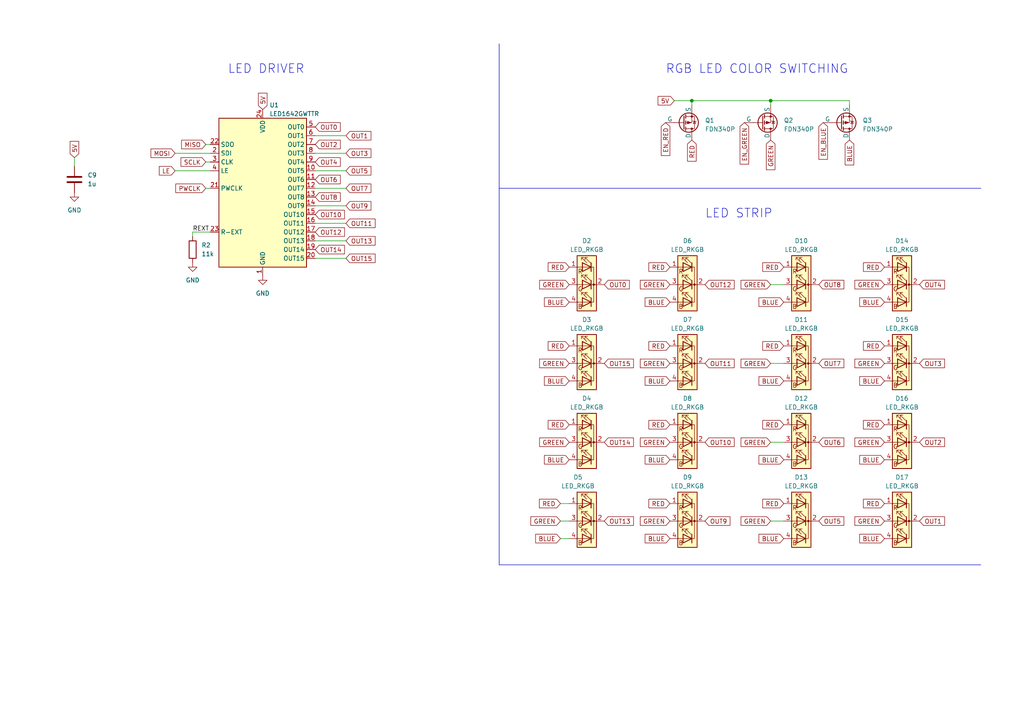
<source format=kicad_sch>
(kicad_sch (version 20230121) (generator eeschema)
  (paper "A4")
  (lib_symbols
    (symbol "Device:C" (pin_numbers hide) (pin_names (offset 0.254))
      (property "Reference" "C" (at 0.635 2.54 0))
      (property "Value" "C" (at 0.635 -2.54 0))
      (symbol "C_0_1"
        (polyline (pts (xy -2.032 -0.762) (xy 2.032 -0.762)) (stroke (width 0.508)))
        (polyline (pts (xy -2.032 0.762) (xy 2.032 0.762)) (stroke (width 0.508)))
      )
      (symbol "C_1_1"
        (pin passive line (at 0 3.81 270) (length 2.794) (name "~") (number "1"))
        (pin passive line (at 0 -3.81 90) (length 2.794) (name "~") (number "2"))
      )
    )
    (symbol "Device:LED_RKGB" (pin_names (offset 0) hide)
      (property "Reference" "D" (at 0 9.398 0))
      (property "Value" "LED_RKGB" (at 0 -8.89 0))
      (symbol "LED_RKGB_0_0"
        (text "B" (at 1.905 -6.35 0) (effects (font (size 1.27 1.27))))
        (text "G" (at 1.905 -1.27 0) (effects (font (size 1.27 1.27))))
        (text "R" (at 1.905 3.81 0) (effects (font (size 1.27 1.27))))
      )
      (symbol "LED_RKGB_0_1"
        (circle (center -2.032 0) (radius 0.254) (fill (type outline)))
        (polyline (pts (xy -1.27 -5.08) (xy 1.27 -5.08)))
        (polyline (pts (xy -1.27 -3.81) (xy -1.27 -6.35)) (stroke (width 0.254)))
        (polyline (pts (xy -1.27 0) (xy -2.54 0)))
        (polyline (pts (xy -1.27 1.27) (xy -1.27 -1.27)) (stroke (width 0.254)))
        (polyline (pts (xy -1.27 5.08) (xy 1.27 5.08)))
        (polyline (pts (xy -1.27 6.35) (xy -1.27 3.81)) (stroke (width 0.254)))
        (polyline (pts (xy 1.27 -5.08) (xy 2.54 -5.08)))
        (polyline (pts (xy 1.27 0) (xy -1.27 0)))
        (polyline (pts (xy 1.27 0) (xy 2.54 0)))
        (polyline (pts (xy 1.27 5.08) (xy 2.54 5.08)))
        (polyline (pts (xy -1.27 1.27) (xy -1.27 -1.27) (xy -1.27 -1.27)))
        (polyline (pts (xy -1.27 6.35) (xy -1.27 3.81) (xy -1.27 3.81)))
        (polyline (pts (xy -1.27 5.08) (xy -2.032 5.08) (xy -2.032 -5.08) (xy -1.016 -5.08)))
        (polyline (pts (xy 1.27 -3.81) (xy 1.27 -6.35) (xy -1.27 -5.08) (xy 1.27 -3.81)) (stroke (width 0.254)))
        (polyline (pts (xy 1.27 1.27) (xy 1.27 -1.27) (xy -1.27 0) (xy 1.27 1.27)) (stroke (width 0.254)))
        (polyline (pts (xy 1.27 6.35) (xy 1.27 3.81) (xy -1.27 5.08) (xy 1.27 6.35)) (stroke (width 0.254)))
        (polyline (pts (xy -1.016 -3.81) (xy 0.508 -2.286) (xy -0.254 -2.286) (xy 0.508 -2.286) (xy 0.508 -3.048)))
        (polyline (pts (xy -1.016 1.27) (xy 0.508 2.794) (xy -0.254 2.794) (xy 0.508 2.794) (xy 0.508 2.032)))
        (polyline (pts (xy -1.016 6.35) (xy 0.508 7.874) (xy -0.254 7.874) (xy 0.508 7.874) (xy 0.508 7.112)))
        (polyline (pts (xy 0 -3.81) (xy 1.524 -2.286) (xy 0.762 -2.286) (xy 1.524 -2.286) (xy 1.524 -3.048)))
        (polyline (pts (xy 0 1.27) (xy 1.524 2.794) (xy 0.762 2.794) (xy 1.524 2.794) (xy 1.524 2.032)))
        (polyline (pts (xy 0 6.35) (xy 1.524 7.874) (xy 0.762 7.874) (xy 1.524 7.874) (xy 1.524 7.112)))
        (rectangle (start 1.27 -1.27) (end 1.27 1.27))
        (rectangle (start 1.27 1.27) (end 1.27 1.27))
        (rectangle (start 1.27 3.81) (end 1.27 6.35))
        (rectangle (start 1.27 6.35) (end 1.27 6.35))
        (rectangle (start 2.794 8.382) (end -2.794 -7.62) (stroke (width 0.254)) (fill (type background)))
      )
      (symbol "LED_RKGB_1_1"
        (pin passive line (at 5.08 5.08 180) (length 2.54) (name "RA") (number "1"))
        (pin passive line (at -5.08 0 0) (length 2.54) (name "K") (number "2"))
        (pin passive line (at 5.08 0 180) (length 2.54) (name "GA") (number "3"))
        (pin passive line (at 5.08 -5.08 180) (length 2.54) (name "BA") (number "4"))
      )
    )
    (symbol "Device:R" (pin_numbers hide) (pin_names (offset 0))
      (property "Reference" "R" (at 2.032 0 90))
      (property "Value" "R" (at 0 0 90))
      (symbol "R_0_1"
        (rectangle (start -1.016 -2.54) (end 1.016 2.54) (stroke (width 0.254)))
      )
      (symbol "R_1_1"
        (pin passive line (at 0 3.81 270) (length 1.27) (name "~") (number "1"))
        (pin passive line (at 0 -3.81 90) (length 1.27) (name "~") (number "2"))
      )
    )
    (symbol "Driver_LED:LED1642GWTTR"
      (property "Reference" "U" (at -12.7 21.59 0))
      (property "Value" "LED1642GWTTR" (at 2.54 21.59 0))
      (symbol "LED1642GWTTR_0_1"
        (rectangle (start -12.7 20.32) (end 12.7 -22.86) (stroke (width 0.254)) (fill (type background)))
      )
      (symbol "LED1642GWTTR_1_1"
        (pin power_in line (at 0 -25.4 90) (length 2.54) (name "GND") (number "1"))
        (pin output line (at 15.24 5.08 180) (length 2.54) (name "OUT5") (number "10"))
        (pin output line (at 15.24 2.54 180) (length 2.54) (name "OUT6") (number "11"))
        (pin output line (at 15.24 0 180) (length 2.54) (name "OUT7") (number "12"))
        (pin output line (at 15.24 -2.54 180) (length 2.54) (name "OUT8") (number "13"))
        (pin output line (at 15.24 -5.08 180) (length 2.54) (name "OUT9") (number "14"))
        (pin output line (at 15.24 -7.62 180) (length 2.54) (name "OUT10") (number "15"))
        (pin output line (at 15.24 -10.16 180) (length 2.54) (name "OUT11") (number "16"))
        (pin output line (at 15.24 -12.7 180) (length 2.54) (name "OUT12") (number "17"))
        (pin output line (at 15.24 -15.24 180) (length 2.54) (name "OUT13") (number "18"))
        (pin output line (at 15.24 -17.78 180) (length 2.54) (name "OUT14") (number "19"))
        (pin input line (at -15.24 10.16 0) (length 2.54) (name "SDI") (number "2"))
        (pin output line (at 15.24 -20.32 180) (length 2.54) (name "OUT15") (number "20"))
        (pin input line (at -15.24 0 0) (length 2.54) (name "PWCLK") (number "21"))
        (pin output line (at -15.24 12.7 0) (length 2.54) (name "SDO") (number "22"))
        (pin passive line (at -15.24 -12.7 0) (length 2.54) (name "R-EXT") (number "23"))
        (pin power_in line (at 0 22.86 270) (length 2.54) (name "VDD") (number "24"))
        (pin input line (at -15.24 7.62 0) (length 2.54) (name "CLK") (number "3"))
        (pin input line (at -15.24 5.08 0) (length 2.54) (name "LE") (number "4"))
        (pin output line (at 15.24 17.78 180) (length 2.54) (name "OUT0") (number "5"))
        (pin output line (at 15.24 15.24 180) (length 2.54) (name "OUT1") (number "6"))
        (pin output line (at 15.24 12.7 180) (length 2.54) (name "OUT2") (number "7"))
        (pin output line (at 15.24 10.16 180) (length 2.54) (name "OUT3") (number "8"))
        (pin output line (at 15.24 7.62 180) (length 2.54) (name "OUT4") (number "9"))
      )
    )
    (symbol "Simulation_SPICE:PMOS" (pin_numbers hide) (pin_names (offset 0))
      (property "Reference" "Q" (at 5.08 1.27 0))
      (property "Value" "PMOS" (at 5.08 -1.27 0))
      (symbol "PMOS_0_1"
        (polyline (pts (xy 0.254 0) (xy -2.54 0)))
        (polyline (pts (xy 0.254 1.905) (xy 0.254 -1.905)) (stroke (width 0.254)))
        (polyline (pts (xy 0.762 -1.27) (xy 0.762 -2.286)) (stroke (width 0.254)))
        (polyline (pts (xy 0.762 0.508) (xy 0.762 -0.508)) (stroke (width 0.254)))
        (polyline (pts (xy 0.762 2.286) (xy 0.762 1.27)) (stroke (width 0.254)))
        (polyline (pts (xy 2.54 2.54) (xy 2.54 1.778)))
        (polyline (pts (xy 2.54 -2.54) (xy 2.54 0) (xy 0.762 0)))
        (polyline (pts (xy 0.762 1.778) (xy 3.302 1.778) (xy 3.302 -1.778) (xy 0.762 -1.778)))
        (polyline (pts (xy 2.286 0) (xy 1.27 0.381) (xy 1.27 -0.381) (xy 2.286 0)) (fill (type outline)))
        (polyline (pts (xy 2.794 -0.508) (xy 2.921 -0.381) (xy 3.683 -0.381) (xy 3.81 -0.254)))
        (polyline (pts (xy 3.302 -0.381) (xy 2.921 0.254) (xy 3.683 0.254) (xy 3.302 -0.381)))
        (circle (center 1.651 0) (radius 2.794) (stroke (width 0.254)))
        (circle (center 2.54 -1.778) (radius 0.254) (fill (type outline)))
        (circle (center 2.54 1.778) (radius 0.254) (fill (type outline)))
      )
      (symbol "PMOS_1_1"
        (pin passive line (at 2.54 5.08 270) (length 2.54) (name "D") (number "1"))
        (pin input line (at -5.08 0 0) (length 2.54) (name "G") (number "2"))
        (pin passive line (at 2.54 -5.08 90) (length 2.54) (name "S") (number "3"))
      )
    )
    (symbol "power:GND" (power) (pin_names (offset 0))
      (property "Value" "GND" (at 0 -3.81 0))
      (symbol "GND_0_1"
        (polyline (pts (xy 0 0) (xy 0 -1.27) (xy 1.27 -1.27) (xy 0 -2.54) (xy -1.27 -1.27) (xy 0 -1.27)))
      )
      (symbol "GND_1_1"
        (pin power_in line (at 0 0 270) (length 0) hide (name "GND") (number "1"))
      )
    )
  )
  (junction (at 223.52 29.21))
  (junction (at 200.66 29.21))
  (wire (pts (xy 50.8 44.45) (xy 60.96 44.45)))
  (wire (pts (xy 91.44 74.93) (xy 100.33 74.93)))
  (wire (pts (xy 227.33 151.13) (xy 223.52 151.13)))
  (wire (pts (xy 246.38 30.48) (xy 246.38 29.21)))
  (wire (pts (xy 91.44 39.37) (xy 100.33 39.37)))
  (wire (pts (xy 162.56 146.05) (xy 165.1 146.05)))
  (wire (pts (xy 91.44 49.53) (xy 100.33 49.53)))
  (wire (pts (xy 200.66 29.21) (xy 200.66 30.48)))
  (wire (pts (xy 91.44 44.45) (xy 100.33 44.45)))
  (wire (pts (xy 91.44 69.85) (xy 100.33 69.85)))
  (wire (pts (xy 59.69 54.61) (xy 60.96 54.61)))
  (wire (pts (xy 59.69 46.99) (xy 60.96 46.99)))
  (wire (pts (xy 91.44 59.69) (xy 100.33 59.69)))
  (wire (pts (xy 223.52 30.48) (xy 223.52 29.21)))
  (wire (pts (xy 162.56 151.13) (xy 165.1 151.13)))
  (polyline (pts (xy 144.78 12.7) (xy 144.78 54.61)))
  (polyline (pts (xy 144.78 163.83) (xy 284.48 163.83)))
  (wire (pts (xy 91.44 54.61) (xy 100.33 54.61)))
  (wire (pts (xy 227.33 105.41) (xy 223.52 105.41)))
  (polyline (pts (xy 144.78 54.61) (xy 284.48 54.61)))
  (wire (pts (xy 50.8 49.53) (xy 60.96 49.53)))
  (wire (pts (xy 55.88 68.58) (xy 55.88 67.31)))
  (wire (pts (xy 227.33 82.55) (xy 223.52 82.55)))
  (wire (pts (xy 195.58 29.21) (xy 200.66 29.21)))
  (wire (pts (xy 162.56 156.21) (xy 165.1 156.21)))
  (wire (pts (xy 227.33 128.27) (xy 223.52 128.27)))
  (wire (pts (xy 223.52 29.21) (xy 246.38 29.21)))
  (wire (pts (xy 55.88 67.31) (xy 60.96 67.31)))
  (wire (pts (xy 91.44 64.77) (xy 100.33 64.77)))
  (wire (pts (xy 200.66 29.21) (xy 223.52 29.21)))
  (polyline (pts (xy 144.78 54.61) (xy 144.78 163.83)))
  (wire (pts (xy 21.59 45.72) (xy 21.59 48.26)))
  (wire (pts (xy 59.69 41.91) (xy 60.96 41.91)))
  (text "LED DRIVER" (at 66.04 21.59 0) (effects (font (size 2.54 2.54)) (justify left bottom)))
  (text "LED STRIP" (at 204.47 63.5 0) (effects (font (size 2.54 2.54)) (justify left bottom)))
  (text "RGB LED COLOR SWITCHING\n" (at 193.04 21.59 0) (effects (font (size 2.54 2.54)) (justify left bottom)))
  (label "REXT" (at 55.88 67.31 0))
  (global_label "BLUE" (shape input) (at 227.33 87.63 180) (property "Intersheetrefs" "${INTERSHEET_REFS}" (effects hide)))
  (global_label "EN_GREEN" (shape input) (at 215.9 35.56 270) (property "Intersheetrefs" "${INTERSHEET_REFS}" (effects hide)))
  (global_label "RED" (shape input) (at 162.56 146.05 180) (property "Intersheetrefs" "${INTERSHEET_REFS}" (effects hide)))
  (global_label "OUT9" (shape input) (at 204.47 151.13 0) (property "Intersheetrefs" "${INTERSHEET_REFS}" (effects hide)))
  (global_label "OUT14" (shape input) (at 175.26 128.27 0) (property "Intersheetrefs" "${INTERSHEET_REFS}" (effects hide)))
  (global_label "GREEN" (shape input) (at 256.54 151.13 180) (property "Intersheetrefs" "${INTERSHEET_REFS}" (effects hide)))
  (global_label "OUT5" (shape input) (at 237.49 151.13 0) (property "Intersheetrefs" "${INTERSHEET_REFS}" (effects hide)))
  (global_label "OUT10" (shape input) (at 204.47 128.27 0) (property "Intersheetrefs" "${INTERSHEET_REFS}" (effects hide)))
  (global_label "GREEN" (shape input) (at 223.52 40.64 270) (property "Intersheetrefs" "${INTERSHEET_REFS}" (effects hide)))
  (global_label "GREEN" (shape input) (at 194.31 105.41 180) (property "Intersheetrefs" "${INTERSHEET_REFS}" (effects hide)))
  (global_label "OUT5" (shape input) (at 100.33 49.53 0) (property "Intersheetrefs" "${INTERSHEET_REFS}" (effects hide)))
  (global_label "RED" (shape input) (at 165.1 123.19 180) (property "Intersheetrefs" "${INTERSHEET_REFS}" (effects hide)))
  (global_label "RED" (shape input) (at 194.31 100.33 180) (property "Intersheetrefs" "${INTERSHEET_REFS}" (effects hide)))
  (global_label "BLUE" (shape input) (at 227.33 156.21 180) (property "Intersheetrefs" "${INTERSHEET_REFS}" (effects hide)))
  (global_label "OUT7" (shape input) (at 100.33 54.61 0) (property "Intersheetrefs" "${INTERSHEET_REFS}" (effects hide)))
  (global_label "RED" (shape input) (at 256.54 77.47 180) (property "Intersheetrefs" "${INTERSHEET_REFS}" (effects hide)))
  (global_label "RED" (shape input) (at 227.33 100.33 180) (property "Intersheetrefs" "${INTERSHEET_REFS}" (effects hide)))
  (global_label "BLUE" (shape input) (at 194.31 156.21 180) (property "Intersheetrefs" "${INTERSHEET_REFS}" (effects hide)))
  (global_label "RED" (shape input) (at 165.1 77.47 180) (property "Intersheetrefs" "${INTERSHEET_REFS}" (effects hide)))
  (global_label "5V" (shape input) (at 195.58 29.21 180) (property "Intersheetrefs" "${INTERSHEET_REFS}" (effects hide)))
  (global_label "OUT10" (shape input) (at 91.44 62.23 0) (property "Intersheetrefs" "${INTERSHEET_REFS}" (effects hide)))
  (global_label "OUT1" (shape input) (at 266.7 151.13 0) (property "Intersheetrefs" "${INTERSHEET_REFS}" (effects hide)))
  (global_label "GREEN" (shape input) (at 194.31 151.13 180) (property "Intersheetrefs" "${INTERSHEET_REFS}" (effects hide)))
  (global_label "OUT0" (shape input) (at 175.26 82.55 0) (property "Intersheetrefs" "${INTERSHEET_REFS}" (effects hide)))
  (global_label "EN_RED" (shape input) (at 193.04 35.56 270) (property "Intersheetrefs" "${INTERSHEET_REFS}" (effects hide)))
  (global_label "BLUE" (shape input) (at 165.1 133.35 180) (property "Intersheetrefs" "${INTERSHEET_REFS}" (effects hide)))
  (global_label "5V" (shape input) (at 21.59 45.72 90) (property "Intersheetrefs" "${INTERSHEET_REFS}" (effects hide)))
  (global_label "OUT2" (shape input) (at 266.7 128.27 0) (property "Intersheetrefs" "${INTERSHEET_REFS}" (effects hide)))
  (global_label "OUT4" (shape input) (at 266.7 82.55 0) (property "Intersheetrefs" "${INTERSHEET_REFS}" (effects hide)))
  (global_label "GREEN" (shape input) (at 223.52 128.27 180) (property "Intersheetrefs" "${INTERSHEET_REFS}" (effects hide)))
  (global_label "SCLK" (shape input) (at 59.69 46.99 180) (property "Intersheetrefs" "${INTERSHEET_REFS}" (effects hide)))
  (global_label "PWCLK" (shape input) (at 59.69 54.61 180) (property "Intersheetrefs" "${INTERSHEET_REFS}" (effects hide)))
  (global_label "BLUE" (shape input) (at 227.33 133.35 180) (property "Intersheetrefs" "${INTERSHEET_REFS}" (effects hide)))
  (global_label "RED" (shape input) (at 227.33 123.19 180) (property "Intersheetrefs" "${INTERSHEET_REFS}" (effects hide)))
  (global_label "RED" (shape input) (at 194.31 77.47 180) (property "Intersheetrefs" "${INTERSHEET_REFS}" (effects hide)))
  (global_label "BLUE" (shape input) (at 162.56 156.21 180) (property "Intersheetrefs" "${INTERSHEET_REFS}" (effects hide)))
  (global_label "LE" (shape input) (at 50.8 49.53 180) (property "Intersheetrefs" "${INTERSHEET_REFS}" (effects hide)))
  (global_label "MISO" (shape input) (at 59.69 41.91 180) (property "Intersheetrefs" "${INTERSHEET_REFS}" (effects hide)))
  (global_label "BLUE" (shape input) (at 227.33 110.49 180) (property "Intersheetrefs" "${INTERSHEET_REFS}" (effects hide)))
  (global_label "BLUE" (shape input) (at 256.54 156.21 180) (property "Intersheetrefs" "${INTERSHEET_REFS}" (effects hide)))
  (global_label "RED" (shape input) (at 256.54 100.33 180) (property "Intersheetrefs" "${INTERSHEET_REFS}" (effects hide)))
  (global_label "OUT6" (shape input) (at 91.44 52.07 0) (property "Intersheetrefs" "${INTERSHEET_REFS}" (effects hide)))
  (global_label "BLUE" (shape input) (at 165.1 87.63 180) (property "Intersheetrefs" "${INTERSHEET_REFS}" (effects hide)))
  (global_label "OUT12" (shape input) (at 91.44 67.31 0) (property "Intersheetrefs" "${INTERSHEET_REFS}" (effects hide)))
  (global_label "OUT15" (shape input) (at 175.26 105.41 0) (property "Intersheetrefs" "${INTERSHEET_REFS}" (effects hide)))
  (global_label "OUT4" (shape input) (at 91.44 46.99 0) (property "Intersheetrefs" "${INTERSHEET_REFS}" (effects hide)))
  (global_label "OUT13" (shape input) (at 175.26 151.13 0) (property "Intersheetrefs" "${INTERSHEET_REFS}" (effects hide)))
  (global_label "GREEN" (shape input) (at 165.1 105.41 180) (property "Intersheetrefs" "${INTERSHEET_REFS}" (effects hide)))
  (global_label "OUT13" (shape input) (at 100.33 69.85 0) (property "Intersheetrefs" "${INTERSHEET_REFS}" (effects hide)))
  (global_label "GREEN" (shape input) (at 223.52 151.13 180) (property "Intersheetrefs" "${INTERSHEET_REFS}" (effects hide)))
  (global_label "OUT9" (shape input) (at 100.33 59.69 0) (property "Intersheetrefs" "${INTERSHEET_REFS}" (effects hide)))
  (global_label "OUT11" (shape input) (at 204.47 105.41 0) (property "Intersheetrefs" "${INTERSHEET_REFS}" (effects hide)))
  (global_label "GREEN" (shape input) (at 194.31 128.27 180) (property "Intersheetrefs" "${INTERSHEET_REFS}" (effects hide)))
  (global_label "GREEN" (shape input) (at 165.1 82.55 180) (property "Intersheetrefs" "${INTERSHEET_REFS}" (effects hide)))
  (global_label "RED" (shape input) (at 256.54 146.05 180) (property "Intersheetrefs" "${INTERSHEET_REFS}" (effects hide)))
  (global_label "OUT11" (shape input) (at 100.33 64.77 0) (property "Intersheetrefs" "${INTERSHEET_REFS}" (effects hide)))
  (global_label "GREEN" (shape input) (at 162.56 151.13 180) (property "Intersheetrefs" "${INTERSHEET_REFS}" (effects hide)))
  (global_label "RED" (shape input) (at 194.31 123.19 180) (property "Intersheetrefs" "${INTERSHEET_REFS}" (effects hide)))
  (global_label "BLUE" (shape input) (at 165.1 110.49 180) (property "Intersheetrefs" "${INTERSHEET_REFS}" (effects hide)))
  (global_label "OUT7" (shape input) (at 237.49 105.41 0) (property "Intersheetrefs" "${INTERSHEET_REFS}" (effects hide)))
  (global_label "GREEN" (shape input) (at 256.54 105.41 180) (property "Intersheetrefs" "${INTERSHEET_REFS}" (effects hide)))
  (global_label "BLUE" (shape input) (at 256.54 133.35 180) (property "Intersheetrefs" "${INTERSHEET_REFS}" (effects hide)))
  (global_label "RED" (shape input) (at 200.66 40.64 270) (property "Intersheetrefs" "${INTERSHEET_REFS}" (effects hide)))
  (global_label "RED" (shape input) (at 165.1 100.33 180) (property "Intersheetrefs" "${INTERSHEET_REFS}" (effects hide)))
  (global_label "RED" (shape input) (at 256.54 123.19 180) (property "Intersheetrefs" "${INTERSHEET_REFS}" (effects hide)))
  (global_label "RED" (shape input) (at 194.31 146.05 180) (property "Intersheetrefs" "${INTERSHEET_REFS}" (effects hide)))
  (global_label "OUT8" (shape input) (at 237.49 82.55 0) (property "Intersheetrefs" "${INTERSHEET_REFS}" (effects hide)))
  (global_label "GREEN" (shape input) (at 194.31 82.55 180) (property "Intersheetrefs" "${INTERSHEET_REFS}" (effects hide)))
  (global_label "MOSI" (shape input) (at 50.8 44.45 180) (property "Intersheetrefs" "${INTERSHEET_REFS}" (effects hide)))
  (global_label "OUT2" (shape input) (at 91.44 41.91 0) (property "Intersheetrefs" "${INTERSHEET_REFS}" (effects hide)))
  (global_label "OUT14" (shape input) (at 91.44 72.39 0) (property "Intersheetrefs" "${INTERSHEET_REFS}" (effects hide)))
  (global_label "OUT3" (shape input) (at 100.33 44.45 0) (property "Intersheetrefs" "${INTERSHEET_REFS}" (effects hide)))
  (global_label "BLUE" (shape input) (at 256.54 110.49 180) (property "Intersheetrefs" "${INTERSHEET_REFS}" (effects hide)))
  (global_label "EN_BLUE" (shape input) (at 238.76 35.56 270) (property "Intersheetrefs" "${INTERSHEET_REFS}" (effects hide)))
  (global_label "OUT6" (shape input) (at 237.49 128.27 0) (property "Intersheetrefs" "${INTERSHEET_REFS}" (effects hide)))
  (global_label "OUT3" (shape input) (at 266.7 105.41 0) (property "Intersheetrefs" "${INTERSHEET_REFS}" (effects hide)))
  (global_label "GREEN" (shape input) (at 256.54 82.55 180) (property "Intersheetrefs" "${INTERSHEET_REFS}" (effects hide)))
  (global_label "OUT12" (shape input) (at 204.47 82.55 0) (property "Intersheetrefs" "${INTERSHEET_REFS}" (effects hide)))
  (global_label "OUT0" (shape input) (at 91.44 36.83 0) (property "Intersheetrefs" "${INTERSHEET_REFS}" (effects hide)))
  (global_label "BLUE" (shape input) (at 194.31 87.63 180) (property "Intersheetrefs" "${INTERSHEET_REFS}" (effects hide)))
  (global_label "OUT15" (shape input) (at 100.33 74.93 0) (property "Intersheetrefs" "${INTERSHEET_REFS}" (effects hide)))
  (global_label "GREEN" (shape input) (at 223.52 105.41 180) (property "Intersheetrefs" "${INTERSHEET_REFS}" (effects hide)))
  (global_label "BLUE" (shape input) (at 194.31 133.35 180) (property "Intersheetrefs" "${INTERSHEET_REFS}" (effects hide)))
  (global_label "5V" (shape input) (at 76.2 31.75 90) (property "Intersheetrefs" "${INTERSHEET_REFS}" (effects hide)))
  (global_label "GREEN" (shape input) (at 223.52 82.55 180) (property "Intersheetrefs" "${INTERSHEET_REFS}" (effects hide)))
  (global_label "RED" (shape input) (at 227.33 77.47 180) (property "Intersheetrefs" "${INTERSHEET_REFS}" (effects hide)))
  (global_label "BLUE" (shape input) (at 256.54 87.63 180) (property "Intersheetrefs" "${INTERSHEET_REFS}" (effects hide)))
  (global_label "GREEN" (shape input) (at 256.54 128.27 180) (property "Intersheetrefs" "${INTERSHEET_REFS}" (effects hide)))
  (global_label "OUT8" (shape input) (at 91.44 57.15 0) (property "Intersheetrefs" "${INTERSHEET_REFS}" (effects hide)))
  (global_label "GREEN" (shape input) (at 165.1 128.27 180) (property "Intersheetrefs" "${INTERSHEET_REFS}" (effects hide)))
  (global_label "RED" (shape input) (at 227.33 146.05 180) (property "Intersheetrefs" "${INTERSHEET_REFS}" (effects hide)))
  (global_label "BLUE" (shape input) (at 246.38 40.64 270) (property "Intersheetrefs" "${INTERSHEET_REFS}" (effects hide)))
  (global_label "OUT1" (shape input) (at 100.33 39.37 0) (property "Intersheetrefs" "${INTERSHEET_REFS}" (effects hide)))
  (global_label "BLUE" (shape input) (at 194.31 110.49 180) (property "Intersheetrefs" "${INTERSHEET_REFS}" (effects hide)))
  (symbol (lib_id "power:GND") (at 76.2 80.01 0) (unit 1)
    (property "Reference" "#PWR06" (effects hide))
    (property "Value" "GND" (at 76.2 85.09 0))
    (instances (project "cocoro" (path "" (reference "#PWR06") (unit 1)) (path "" (reference "#PWR012") (unit 1))))
  )
  (symbol (lib_id "Device:LED_RKGB") (at 261.62 151.13 0) (mirror y) (unit 1)
    (property "Reference" "D17" (at 261.62 138.43 0))
    (property "Value" "LED_RKGB" (at 261.62 140.97 0))
    (property "Footprint" "LED_THT:LED_D5.0mm-4_RGB_Staggered_Pins" (effects hide))
    (instances (project "cocoro" (path "" (reference "D17") (unit 1)) (path "" (reference "D16") (unit 1))))
  )
  (symbol (lib_id "Device:LED_RKGB") (at 261.62 105.41 0) (mirror y) (unit 1)
    (property "Reference" "D15" (at 261.62 92.71 0))
    (property "Value" "LED_RKGB" (at 261.62 95.25 0))
    (property "Footprint" "LED_THT:LED_D5.0mm-4_RGB_Staggered_Pins" (effects hide))
    (instances (project "cocoro" (path "" (reference "D15") (unit 1)) (path "" (reference "D14") (unit 1))))
  )
  (symbol (lib_id "Device:R") (at 55.88 72.39 0) (unit 1)
    (property "Reference" "R2" (at 58.42 71.12 0) (effects (justify left)))
    (property "Value" "11k" (at 58.42 73.66 0) (effects (justify left)))
    (property "Footprint" "Resistor_SMD:R_0603_1608Metric" (effects hide))
  )
  (symbol (lib_id "Device:LED_RKGB") (at 232.41 105.41 0) (mirror y) (unit 1)
    (property "Reference" "D11" (at 232.41 92.71 0))
    (property "Value" "LED_RKGB" (at 232.41 95.25 0))
    (property "Footprint" "LED_THT:LED_D5.0mm-4_RGB_Staggered_Pins" (effects hide))
    (instances (project "cocoro" (path "" (reference "D11") (unit 1)) (path "" (reference "D10") (unit 1))))
  )
  (symbol (lib_id "Driver_LED:LED1642GWTTR") (at 76.2 54.61 0) (unit 1)
    (property "Reference" "U1" (at 78.1559 30.48 0) (effects (justify left)))
    (property "Value" "LED1642GWTTR" (at 78.1559 33.02 0) (effects (justify left)))
    (property "Footprint" "Package_SO:TSSOP-24_4.4x7.8mm_P0.65mm" (effects hide))
    (property "Datasheet" "https://www.st.com/resource/en/datasheet/led1642gw.pdf" (effects hide))
    (instances (project "cocoro" (path "" (reference "U1") (unit 1)) (path "" (reference "U3") (unit 1))))
  )
  (symbol (lib_id "power:GND") (at 21.59 55.88 0) (unit 1)
    (property "Reference" "#PWR011" (effects hide))
    (property "Value" "GND" (at 21.59 60.96 0))
  )
  (symbol (lib_id "Device:LED_RKGB") (at 199.39 128.27 0) (mirror y) (unit 1)
    (property "Reference" "D8" (at 199.39 115.57 0))
    (property "Value" "LED_RKGB" (at 199.39 118.11 0))
    (property "Footprint" "LED_THT:LED_D5.0mm-4_RGB_Staggered_Pins" (effects hide))
    (instances (project "cocoro" (path "" (reference "D8") (unit 1)) (path "" (reference "D7") (unit 1))))
  )
  (symbol (lib_id "Device:LED_RKGB") (at 199.39 82.55 0) (mirror y) (unit 1)
    (property "Reference" "D6" (at 199.39 69.85 0))
    (property "Value" "LED_RKGB" (at 199.39 72.39 0))
    (property "Footprint" "LED_THT:LED_D5.0mm-4_RGB_Staggered_Pins" (effects hide))
    (instances (project "cocoro" (path "" (reference "D6") (unit 1)) (path "" (reference "D5") (unit 1))))
  )
  (symbol (lib_id "power:GND") (at 55.88 76.2 0) (unit 1)
    (property "Reference" "#PWR06" (effects hide))
    (property "Value" "GND" (at 55.88 81.28 0))
    (instances (project "cocoro" (path "" (reference "#PWR06") (unit 1)) (path "" (reference "#PWR013") (unit 1))))
  )
  (symbol (lib_id "Device:LED_RKGB") (at 170.18 105.41 0) (mirror y) (unit 1)
    (property "Reference" "D3" (at 170.18 92.71 0))
    (property "Value" "LED_RKGB" (at 170.18 95.25 0))
    (property "Footprint" "LED_THT:LED_D5.0mm-4_RGB_Staggered_Pins" (effects hide))
    (instances (project "cocoro" (path "" (reference "D3") (unit 1)) (path "" (reference "D2") (unit 1))))
  )
  (symbol (lib_id "Device:LED_RKGB") (at 261.62 82.55 0) (mirror y) (unit 1)
    (property "Reference" "D14" (at 261.62 69.85 0))
    (property "Value" "LED_RKGB" (at 261.62 72.39 0))
    (property "Footprint" "LED_THT:LED_D5.0mm-4_RGB_Staggered_Pins" (effects hide))
    (instances (project "cocoro" (path "" (reference "D14") (unit 1)) (path "" (reference "D13") (unit 1))))
  )
  (symbol (lib_id "Device:LED_RKGB") (at 261.62 128.27 0) (mirror y) (unit 1)
    (property "Reference" "D16" (at 261.62 115.57 0))
    (property "Value" "LED_RKGB" (at 261.62 118.11 0))
    (property "Footprint" "LED_THT:LED_D5.0mm-4_RGB_Staggered_Pins" (effects hide))
    (instances (project "cocoro" (path "" (reference "D16") (unit 1)) (path "" (reference "D15") (unit 1))))
  )
  (symbol (lib_id "Device:LED_RKGB") (at 232.41 82.55 0) (mirror y) (unit 1)
    (property "Reference" "D10" (at 232.41 69.85 0))
    (property "Value" "LED_RKGB" (at 232.41 72.39 0))
    (property "Footprint" "LED_THT:LED_D5.0mm-4_RGB_Staggered_Pins" (effects hide))
    (instances (project "cocoro" (path "" (reference "D10") (unit 1)) (path "" (reference "D9") (unit 1))))
  )
  (symbol (lib_id "Simulation_SPICE:PMOS") (at 243.84 35.56 0) (mirror x) (unit 1)
    (property "Reference" "Q3" (at 250.19 34.925 0) (effects (justify left)))
    (property "Value" "FDN340P" (at 250.19 37.465 0) (effects (justify left)))
    (property "Footprint" "Package_TO_SOT_SMD:TSOT-23" (effects hide))
    (property "Datasheet" "https://ngspice.sourceforge.io/docs/ngspice-manual.pdf" (effects hide))
    (property "Sim.Device" "PMOS" (effects hide))
    (property "Sim.Type" "VDMOS" (effects hide))
    (property "Sim.Pins" "1=D 2=G 3=S" (effects hide))
  )
  (symbol (lib_id "Device:LED_RKGB") (at 199.39 105.41 0) (mirror y) (unit 1)
    (property "Reference" "D7" (at 199.39 92.71 0))
    (property "Value" "LED_RKGB" (at 199.39 95.25 0))
    (property "Footprint" "LED_THT:LED_D5.0mm-4_RGB_Staggered_Pins" (effects hide))
    (instances (project "cocoro" (path "" (reference "D7") (unit 1)) (path "" (reference "D6") (unit 1))))
  )
  (symbol (lib_id "Device:LED_RKGB") (at 232.41 151.13 0) (mirror y) (unit 1)
    (property "Reference" "D13" (at 232.41 138.43 0))
    (property "Value" "LED_RKGB" (at 232.41 140.97 0))
    (property "Footprint" "LED_THT:LED_D5.0mm-4_RGB_Staggered_Pins" (effects hide))
    (instances (project "cocoro" (path "" (reference "D13") (unit 1)) (path "" (reference "D12") (unit 1))))
  )
  (symbol (lib_id "Device:LED_RKGB") (at 232.41 128.27 0) (mirror y) (unit 1)
    (property "Reference" "D12" (at 232.41 115.57 0))
    (property "Value" "LED_RKGB" (at 232.41 118.11 0))
    (property "Footprint" "LED_THT:LED_D5.0mm-4_RGB_Staggered_Pins" (effects hide))
    (instances (project "cocoro" (path "" (reference "D12") (unit 1)) (path "" (reference "D11") (unit 1))))
  )
  (symbol (lib_id "Device:LED_RKGB") (at 170.18 151.13 0) (mirror y) (unit 1)
    (property "Reference" "D5" (at 167.64 138.43 0))
    (property "Value" "LED_RKGB" (at 167.64 140.97 0))
    (property "Footprint" "LED_THT:LED_D5.0mm-4_RGB_Staggered_Pins" (effects hide))
    (instances (project "cocoro" (path "" (reference "D5") (unit 1)) (path "" (reference "D4") (unit 1))))
  )
  (symbol (lib_id "Device:LED_RKGB") (at 170.18 128.27 0) (mirror y) (unit 1)
    (property "Reference" "D4" (at 170.18 115.57 0))
    (property "Value" "LED_RKGB" (at 170.18 118.11 0))
    (property "Footprint" "LED_THT:LED_D5.0mm-4_RGB_Staggered_Pins" (effects hide))
    (instances (project "cocoro" (path "" (reference "D4") (unit 1)) (path "" (reference "D3") (unit 1))))
  )
  (symbol (lib_id "Device:C") (at 21.59 52.07 0) (unit 1)
    (property "Reference" "C9" (at 25.4 50.8 0) (effects (justify left)))
    (property "Value" "1u" (at 25.4 53.34 0) (effects (justify left)))
    (property "Footprint" "Capacitor_SMD:C_1206_3216Metric" (effects hide))
  )
  (symbol (lib_id "Simulation_SPICE:PMOS") (at 198.12 35.56 0) (mirror x) (unit 1)
    (property "Reference" "Q1" (at 204.47 34.925 0) (effects (justify left)))
    (property "Value" "FDN340P" (at 204.47 37.465 0) (effects (justify left)))
    (property "Footprint" "Package_TO_SOT_SMD:TSOT-23" (effects hide))
    (property "Datasheet" "https://ngspice.sourceforge.io/docs/ngspice-manual.pdf" (effects hide))
    (property "Sim.Device" "PMOS" (effects hide))
    (property "Sim.Type" "VDMOS" (effects hide))
    (property "Sim.Pins" "1=D 2=G 3=S" (effects hide))
  )
  (symbol (lib_id "Simulation_SPICE:PMOS") (at 220.98 35.56 0) (mirror x) (unit 1)
    (property "Reference" "Q2" (at 227.33 34.925 0) (effects (justify left)))
    (property "Value" "FDN340P" (at 227.33 37.465 0) (effects (justify left)))
    (property "Footprint" "Package_TO_SOT_SMD:TSOT-23" (effects hide))
    (property "Datasheet" "https://ngspice.sourceforge.io/docs/ngspice-manual.pdf" (effects hide))
    (property "Sim.Device" "PMOS" (effects hide))
    (property "Sim.Type" "VDMOS" (effects hide))
    (property "Sim.Pins" "1=D 2=G 3=S" (effects hide))
  )
  (symbol (lib_id "Device:LED_RKGB") (at 170.18 82.55 0) (mirror y) (unit 1)
    (property "Reference" "D2" (at 170.18 69.85 0))
    (property "Value" "LED_RKGB" (at 170.18 72.39 0))
    (property "Footprint" "LED_THT:LED_D5.0mm-4_RGB_Staggered_Pins" (effects hide))
    (instances (project "cocoro" (path "" (reference "D2") (unit 1)) (path "" (reference "D1") (unit 1))))
  )
  (symbol (lib_id "Device:LED_RKGB") (at 199.39 151.13 0) (mirror y) (unit 1)
    (property "Reference" "D9" (at 199.39 138.43 0))
    (property "Value" "LED_RKGB" (at 199.39 140.97 0))
    (property "Footprint" "LED_THT:LED_D5.0mm-4_RGB_Staggered_Pins" (effects hide))
    (instances (project "cocoro" (path "" (reference "D9") (unit 1)) (path "" (reference "D8") (unit 1))))
  )
)
</source>
